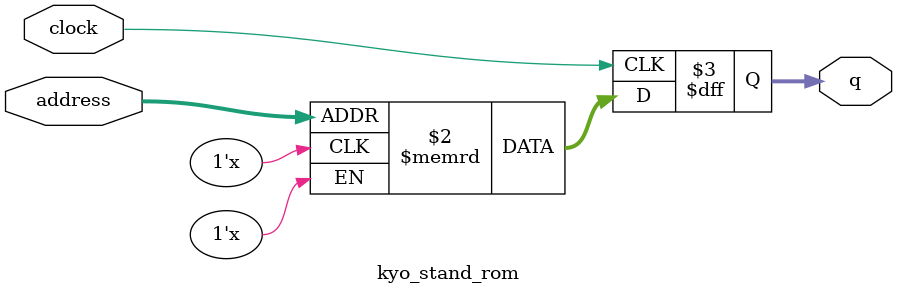
<source format=sv>
module kyo_stand_rom (
	input logic clock,
	input logic [15:0] address,
	output logic [2:0] q
);

logic [2:0] memory [0:53759] /* synthesis ram_init_file = "./kyo_stand/kyo_stand.COE" */;

always_ff @ (posedge clock) begin
	q <= memory[address];
end

endmodule

</source>
